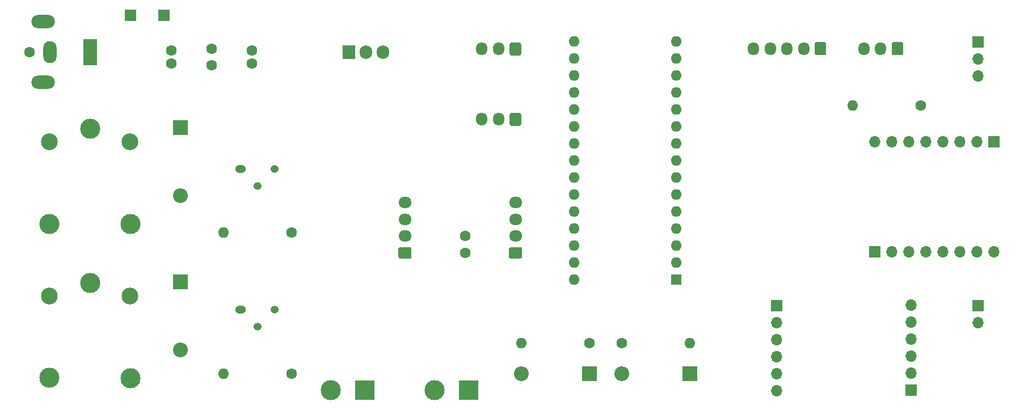
<source format=gbr>
%TF.GenerationSoftware,KiCad,Pcbnew,(5.1.9)-1*%
%TF.CreationDate,2021-02-24T20:02:18-03:00*%
%TF.ProjectId,Genesis,47656e65-7369-4732-9e6b-696361645f70,rev?*%
%TF.SameCoordinates,Original*%
%TF.FileFunction,Soldermask,Bot*%
%TF.FilePolarity,Negative*%
%FSLAX46Y46*%
G04 Gerber Fmt 4.6, Leading zero omitted, Abs format (unit mm)*
G04 Created by KiCad (PCBNEW (5.1.9)-1) date 2021-02-24 20:02:18*
%MOMM*%
%LPD*%
G01*
G04 APERTURE LIST*
%ADD10R,1.700000X1.700000*%
%ADD11O,1.700000X1.700000*%
%ADD12O,1.700000X1.950000*%
%ADD13C,1.600000*%
%ADD14C,3.000000*%
%ADD15R,3.000000X3.000000*%
%ADD16R,1.600000X1.600000*%
%ADD17O,1.600000X1.600000*%
%ADD18R,2.200000X2.200000*%
%ADD19O,2.200000X2.200000*%
%ADD20O,1.950000X1.700000*%
%ADD21C,2.500000*%
%ADD22O,1.600000X1.200000*%
%ADD23O,1.200000X1.200000*%
%ADD24R,1.905000X2.000000*%
%ADD25O,1.905000X2.000000*%
%ADD26R,2.000000X4.000000*%
%ADD27O,2.000000X3.300000*%
%ADD28O,3.500000X2.000000*%
G04 APERTURE END LIST*
D10*
%TO.C,J1*%
X197990000Y-94350000D03*
D11*
X197990000Y-96890000D03*
%TD*%
D10*
%TO.C,J17*%
X76500000Y-51000000D03*
%TD*%
D12*
%TO.C,J16*%
X181000000Y-56000000D03*
X183500000Y-56000000D03*
G36*
G01*
X186850000Y-55275000D02*
X186850000Y-56725000D01*
G75*
G02*
X186600000Y-56975000I-250000J0D01*
G01*
X185400000Y-56975000D01*
G75*
G02*
X185150000Y-56725000I0J250000D01*
G01*
X185150000Y-55275000D01*
G75*
G02*
X185400000Y-55025000I250000J0D01*
G01*
X186600000Y-55025000D01*
G75*
G02*
X186850000Y-55275000I0J-250000D01*
G01*
G37*
%TD*%
D10*
%TO.C,J6*%
X71500000Y-51000000D03*
%TD*%
%TO.C,J10*%
G36*
G01*
X129830000Y-65835000D02*
X129830000Y-67285000D01*
G75*
G02*
X129580000Y-67535000I-250000J0D01*
G01*
X128380000Y-67535000D01*
G75*
G02*
X128130000Y-67285000I0J250000D01*
G01*
X128130000Y-65835000D01*
G75*
G02*
X128380000Y-65585000I250000J0D01*
G01*
X129580000Y-65585000D01*
G75*
G02*
X129830000Y-65835000I0J-250000D01*
G01*
G37*
D12*
X126480000Y-66560000D03*
X123980000Y-66560000D03*
%TD*%
D13*
%TO.C,C4*%
X121500000Y-84000000D03*
X121500000Y-86500000D03*
%TD*%
D14*
%TO.C,J14*%
X101420000Y-107000000D03*
D15*
X106500000Y-107000000D03*
%TD*%
D14*
%TO.C,J13*%
X116920000Y-107000000D03*
D15*
X122000000Y-107000000D03*
%TD*%
D12*
%TO.C,J9*%
X123980000Y-56060000D03*
X126480000Y-56060000D03*
G36*
G01*
X129830000Y-55335000D02*
X129830000Y-56785000D01*
G75*
G02*
X129580000Y-57035000I-250000J0D01*
G01*
X128380000Y-57035000D01*
G75*
G02*
X128130000Y-56785000I0J250000D01*
G01*
X128130000Y-55335000D01*
G75*
G02*
X128380000Y-55085000I250000J0D01*
G01*
X129580000Y-55085000D01*
G75*
G02*
X129830000Y-55335000I0J-250000D01*
G01*
G37*
%TD*%
D11*
%TO.C,J7*%
X198000000Y-60080000D03*
X198000000Y-57540000D03*
D10*
X198000000Y-55000000D03*
%TD*%
D16*
%TO.C,A1*%
X153000000Y-90500000D03*
D17*
X137760000Y-57480000D03*
X153000000Y-87960000D03*
X137760000Y-60020000D03*
X153000000Y-85420000D03*
X137760000Y-62560000D03*
X153000000Y-82880000D03*
X137760000Y-65100000D03*
X153000000Y-80340000D03*
X137760000Y-67640000D03*
X153000000Y-77800000D03*
X137760000Y-70180000D03*
X153000000Y-75260000D03*
X137760000Y-72720000D03*
X153000000Y-72720000D03*
X137760000Y-75260000D03*
X153000000Y-70180000D03*
X137760000Y-77800000D03*
X153000000Y-67640000D03*
X137760000Y-80340000D03*
X153000000Y-65100000D03*
X137760000Y-82880000D03*
X153000000Y-62560000D03*
X137760000Y-85420000D03*
X153000000Y-60020000D03*
X137760000Y-87960000D03*
X153000000Y-57480000D03*
X137760000Y-90500000D03*
X153000000Y-54940000D03*
X137760000Y-54940000D03*
%TD*%
D11*
%TO.C,J15*%
X182600000Y-69870000D03*
X185140000Y-69870000D03*
X187680000Y-69870000D03*
X190220000Y-69870000D03*
X192760000Y-69870000D03*
X195300000Y-69870000D03*
X197840000Y-69870000D03*
D10*
X200380000Y-69870000D03*
%TD*%
D11*
%TO.C,J8*%
X200410000Y-86360000D03*
X197870000Y-86360000D03*
X195330000Y-86360000D03*
X192790000Y-86360000D03*
X190250000Y-86360000D03*
X187710000Y-86360000D03*
X185170000Y-86360000D03*
D10*
X182630000Y-86360000D03*
%TD*%
D11*
%TO.C,J4*%
X168000000Y-107050000D03*
X168000000Y-104510000D03*
X168000000Y-101970000D03*
X168000000Y-99430000D03*
X168000000Y-96890000D03*
D10*
X168000000Y-94350000D03*
%TD*%
D11*
%TO.C,J3*%
X188000000Y-94300000D03*
X188000000Y-96840000D03*
X188000000Y-99380000D03*
X188000000Y-101920000D03*
X188000000Y-104460000D03*
D10*
X188000000Y-107000000D03*
%TD*%
D18*
%TO.C,D3*%
X79000000Y-90800000D03*
D19*
X79000000Y-100960000D03*
%TD*%
D13*
%TO.C,C3*%
X83670000Y-56010000D03*
X83670000Y-58510000D03*
%TD*%
%TO.C,C1*%
X77670000Y-56260000D03*
X77670000Y-58260000D03*
%TD*%
%TO.C,C2*%
X89670000Y-58260000D03*
X89670000Y-56260000D03*
%TD*%
D18*
%TO.C,D1*%
X140000000Y-104500000D03*
D19*
X129840000Y-104500000D03*
%TD*%
%TO.C,D2*%
X144840000Y-104500000D03*
D18*
X155000000Y-104500000D03*
%TD*%
D19*
%TO.C,D4*%
X79000000Y-77960000D03*
D18*
X79000000Y-67800000D03*
%TD*%
%TO.C,J5*%
G36*
G01*
X175350000Y-55275000D02*
X175350000Y-56725000D01*
G75*
G02*
X175100000Y-56975000I-250000J0D01*
G01*
X173900000Y-56975000D01*
G75*
G02*
X173650000Y-56725000I0J250000D01*
G01*
X173650000Y-55275000D01*
G75*
G02*
X173900000Y-55025000I250000J0D01*
G01*
X175100000Y-55025000D01*
G75*
G02*
X175350000Y-55275000I0J-250000D01*
G01*
G37*
D12*
X172000000Y-56000000D03*
X169500000Y-56000000D03*
X167000000Y-56000000D03*
X164500000Y-56000000D03*
%TD*%
%TO.C,J11*%
G36*
G01*
X129725000Y-87350000D02*
X128275000Y-87350000D01*
G75*
G02*
X128025000Y-87100000I0J250000D01*
G01*
X128025000Y-85900000D01*
G75*
G02*
X128275000Y-85650000I250000J0D01*
G01*
X129725000Y-85650000D01*
G75*
G02*
X129975000Y-85900000I0J-250000D01*
G01*
X129975000Y-87100000D01*
G75*
G02*
X129725000Y-87350000I-250000J0D01*
G01*
G37*
D20*
X129000000Y-84000000D03*
X129000000Y-81500000D03*
X129000000Y-79000000D03*
%TD*%
%TO.C,J12*%
X112500000Y-79000000D03*
X112500000Y-81500000D03*
X112500000Y-84000000D03*
G36*
G01*
X113225000Y-87350000D02*
X111775000Y-87350000D01*
G75*
G02*
X111525000Y-87100000I0J250000D01*
G01*
X111525000Y-85900000D01*
G75*
G02*
X111775000Y-85650000I250000J0D01*
G01*
X113225000Y-85650000D01*
G75*
G02*
X113475000Y-85900000I0J-250000D01*
G01*
X113475000Y-87100000D01*
G75*
G02*
X113225000Y-87350000I-250000J0D01*
G01*
G37*
%TD*%
D21*
%TO.C,K1*%
X59450000Y-92950000D03*
D14*
X59450000Y-105150000D03*
X71500000Y-105200000D03*
D21*
X71450000Y-92950000D03*
D14*
X65500000Y-91000000D03*
%TD*%
%TO.C,K2*%
X65500000Y-68000000D03*
D21*
X71450000Y-69950000D03*
D14*
X71500000Y-82200000D03*
X59450000Y-82150000D03*
D21*
X59450000Y-69950000D03*
%TD*%
D22*
%TO.C,Q1*%
X88000000Y-95000000D03*
D23*
X90540000Y-97540000D03*
X93080000Y-95000000D03*
%TD*%
%TO.C,Q2*%
X93080000Y-74000000D03*
X90540000Y-76540000D03*
D22*
X88000000Y-74000000D03*
%TD*%
D13*
%TO.C,R1*%
X140000000Y-100000000D03*
D17*
X129840000Y-100000000D03*
%TD*%
D13*
%TO.C,R2*%
X189500000Y-64500000D03*
D17*
X179340000Y-64500000D03*
%TD*%
%TO.C,R3*%
X155000000Y-100000000D03*
D13*
X144840000Y-100000000D03*
%TD*%
%TO.C,R4*%
X95620000Y-104500000D03*
D17*
X85460000Y-104500000D03*
%TD*%
%TO.C,R5*%
X85460000Y-83500000D03*
D13*
X95620000Y-83500000D03*
%TD*%
D24*
%TO.C,U1*%
X104120000Y-56500000D03*
D25*
X106660000Y-56500000D03*
X109200000Y-56500000D03*
%TD*%
D26*
%TO.C,J2*%
X65500000Y-56500000D03*
D27*
X59500000Y-56500000D03*
D28*
X58500000Y-52000000D03*
X58500000Y-61000000D03*
D13*
X56500000Y-56500000D03*
%TD*%
M02*

</source>
